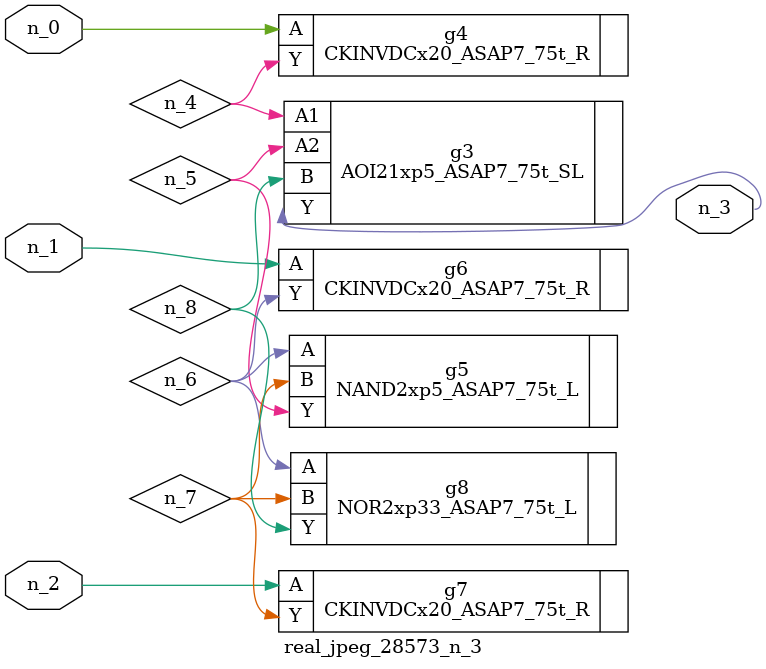
<source format=v>
module real_jpeg_28573_n_3 (n_1, n_0, n_2, n_3);

input n_1;
input n_0;
input n_2;

output n_3;

wire n_5;
wire n_4;
wire n_8;
wire n_6;
wire n_7;

CKINVDCx20_ASAP7_75t_R g4 ( 
.A(n_0),
.Y(n_4)
);

CKINVDCx20_ASAP7_75t_R g6 ( 
.A(n_1),
.Y(n_6)
);

CKINVDCx20_ASAP7_75t_R g7 ( 
.A(n_2),
.Y(n_7)
);

AOI21xp5_ASAP7_75t_SL g3 ( 
.A1(n_4),
.A2(n_5),
.B(n_8),
.Y(n_3)
);

NAND2xp5_ASAP7_75t_L g5 ( 
.A(n_6),
.B(n_7),
.Y(n_5)
);

NOR2xp33_ASAP7_75t_L g8 ( 
.A(n_6),
.B(n_7),
.Y(n_8)
);


endmodule
</source>
